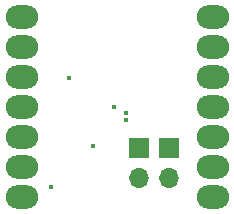
<source format=gbr>
%TF.GenerationSoftware,KiCad,Pcbnew,8.0.8-8.0.8-0~ubuntu24.04.1*%
%TF.CreationDate,2025-03-23T23:28:59+00:00*%
%TF.ProjectId,CONTROLLER_esp32xiao,434f4e54-524f-44c4-9c45-525f65737033,rev?*%
%TF.SameCoordinates,Original*%
%TF.FileFunction,Copper,L2,Inr*%
%TF.FilePolarity,Positive*%
%FSLAX46Y46*%
G04 Gerber Fmt 4.6, Leading zero omitted, Abs format (unit mm)*
G04 Created by KiCad (PCBNEW 8.0.8-8.0.8-0~ubuntu24.04.1) date 2025-03-23 23:28:59*
%MOMM*%
%LPD*%
G01*
G04 APERTURE LIST*
G04 Aperture macros list*
%AMRoundRect*
0 Rectangle with rounded corners*
0 $1 Rounding radius*
0 $2 $3 $4 $5 $6 $7 $8 $9 X,Y pos of 4 corners*
0 Add a 4 corners polygon primitive as box body*
4,1,4,$2,$3,$4,$5,$6,$7,$8,$9,$2,$3,0*
0 Add four circle primitives for the rounded corners*
1,1,$1+$1,$2,$3*
1,1,$1+$1,$4,$5*
1,1,$1+$1,$6,$7*
1,1,$1+$1,$8,$9*
0 Add four rect primitives between the rounded corners*
20,1,$1+$1,$2,$3,$4,$5,0*
20,1,$1+$1,$4,$5,$6,$7,0*
20,1,$1+$1,$6,$7,$8,$9,0*
20,1,$1+$1,$8,$9,$2,$3,0*%
G04 Aperture macros list end*
%TA.AperFunction,ComponentPad*%
%ADD10R,1.700000X1.700000*%
%TD*%
%TA.AperFunction,ComponentPad*%
%ADD11O,1.700000X1.700000*%
%TD*%
%TA.AperFunction,ComponentPad*%
%ADD12RoundRect,1.000000X0.375000X0.000010X-0.375000X0.000010X-0.375000X-0.000010X0.375000X-0.000010X0*%
%TD*%
%TA.AperFunction,ViaPad*%
%ADD13C,0.400000*%
%TD*%
G04 APERTURE END LIST*
D10*
%TO.N,/Sync*%
%TO.C,J3*%
X61000000Y-87725000D03*
D11*
%TO.N,GND*%
X61000000Y-90265000D03*
%TD*%
D10*
%TO.N,VSYS*%
%TO.C,J1*%
X58460000Y-87725000D03*
D11*
%TO.N,/extRef*%
X58460000Y-90265000D03*
%TD*%
D12*
%TO.N,/addr_bus_0*%
%TO.C,U2*%
X64665000Y-76621750D03*
%TO.N,/addr_bus_1*%
X64665000Y-79161750D03*
%TO.N,/addr_bus_2*%
X64665000Y-81701750D03*
%TO.N,/Sync*%
X64665000Y-84241750D03*
%TO.N,/I2C_SDA*%
X64665000Y-86781750D03*
%TO.N,/i2C_SCL*%
X64665000Y-89321750D03*
%TO.N,/IO1_out*%
X64665000Y-91861750D03*
%TO.N,/IO2*%
X48500000Y-91861750D03*
%TO.N,/SCLK*%
X48500000Y-89321750D03*
%TO.N,/POCI*%
X48500000Y-86781750D03*
%TO.N,/PICO*%
X48500000Y-84241750D03*
%TO.N,+3.3V*%
X48500000Y-81701750D03*
%TO.N,GND*%
X48500000Y-79161750D03*
%TO.N,VSYS*%
X48500000Y-76621750D03*
%TD*%
D13*
%TO.N,GND*%
X52460000Y-81760000D03*
X54500000Y-87540000D03*
%TO.N,+3.3V*%
X51000000Y-91000000D03*
%TO.N,/IO2*%
X56300000Y-84260000D03*
%TO.N,/i2C_SCL*%
X57300000Y-85360003D03*
%TO.N,/I2C_SDA*%
X57300000Y-84760000D03*
%TD*%
M02*

</source>
